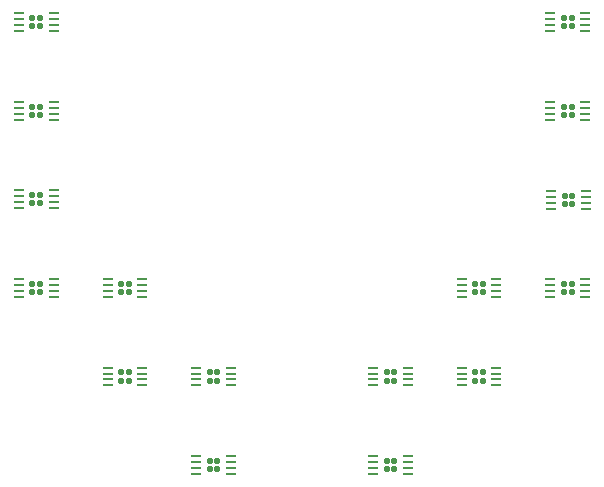
<source format=gbr>
%TF.GenerationSoftware,KiCad,Pcbnew,7.0.1*%
%TF.CreationDate,2023-10-04T00:39:49-04:00*%
%TF.ProjectId,TacTile-A,54616354-696c-4652-9d41-2e6b69636164,rev?*%
%TF.SameCoordinates,Original*%
%TF.FileFunction,Paste,Top*%
%TF.FilePolarity,Positive*%
%FSLAX46Y46*%
G04 Gerber Fmt 4.6, Leading zero omitted, Abs format (unit mm)*
G04 Created by KiCad (PCBNEW 7.0.1) date 2023-10-04 00:39:49*
%MOMM*%
%LPD*%
G01*
G04 APERTURE LIST*
G04 Aperture macros list*
%AMRoundRect*
0 Rectangle with rounded corners*
0 $1 Rounding radius*
0 $2 $3 $4 $5 $6 $7 $8 $9 X,Y pos of 4 corners*
0 Add a 4 corners polygon primitive as box body*
4,1,4,$2,$3,$4,$5,$6,$7,$8,$9,$2,$3,0*
0 Add four circle primitives for the rounded corners*
1,1,$1+$1,$2,$3*
1,1,$1+$1,$4,$5*
1,1,$1+$1,$6,$7*
1,1,$1+$1,$8,$9*
0 Add four rect primitives between the rounded corners*
20,1,$1+$1,$2,$3,$4,$5,0*
20,1,$1+$1,$4,$5,$6,$7,0*
20,1,$1+$1,$6,$7,$8,$9,0*
20,1,$1+$1,$8,$9,$2,$3,0*%
G04 Aperture macros list end*
%ADD10RoundRect,0.130000X0.130000X0.150000X-0.130000X0.150000X-0.130000X-0.150000X0.130000X-0.150000X0*%
%ADD11RoundRect,0.062500X0.325000X0.062500X-0.325000X0.062500X-0.325000X-0.062500X0.325000X-0.062500X0*%
%ADD12RoundRect,0.130000X-0.130000X-0.150000X0.130000X-0.150000X0.130000X0.150000X-0.130000X0.150000X0*%
%ADD13RoundRect,0.062500X-0.325000X-0.062500X0.325000X-0.062500X0.325000X0.062500X-0.325000X0.062500X0*%
G04 APERTURE END LIST*
D10*
%TO.C,U10*%
X62825000Y-62850000D03*
X62825000Y-62150000D03*
X62175000Y-62850000D03*
X62175000Y-62150000D03*
D11*
X63962500Y-63250000D03*
X63962500Y-62750000D03*
X63962500Y-62250000D03*
X63962500Y-61750000D03*
X61037500Y-61750000D03*
X61037500Y-62250000D03*
X61037500Y-62750000D03*
X61037500Y-63250000D03*
%TD*%
D10*
%TO.C,U12*%
X70325000Y-55350000D03*
X70325000Y-54650000D03*
X69675000Y-55350000D03*
X69675000Y-54650000D03*
D11*
X71462500Y-55750000D03*
X71462500Y-55250000D03*
X71462500Y-54750000D03*
X71462500Y-54250000D03*
X68537500Y-54250000D03*
X68537500Y-54750000D03*
X68537500Y-55250000D03*
X68537500Y-55750000D03*
%TD*%
D10*
%TO.C,U13*%
X77825000Y-55350000D03*
X77825000Y-54650000D03*
X77175000Y-55350000D03*
X77175000Y-54650000D03*
D11*
X78962500Y-55750000D03*
X78962500Y-55250000D03*
X78962500Y-54750000D03*
X78962500Y-54250000D03*
X76037500Y-54250000D03*
X76037500Y-54750000D03*
X76037500Y-55250000D03*
X76037500Y-55750000D03*
%TD*%
D10*
%TO.C,U1*%
X32825000Y-32850000D03*
X32825000Y-32150000D03*
X32175000Y-32850000D03*
X32175000Y-32150000D03*
D11*
X33962500Y-33250000D03*
X33962500Y-32750000D03*
X33962500Y-32250000D03*
X33962500Y-31750000D03*
X31037500Y-31750000D03*
X31037500Y-32250000D03*
X31037500Y-32750000D03*
X31037500Y-33250000D03*
%TD*%
D12*
%TO.C,U6*%
X39675000Y-62150000D03*
X39675000Y-62850000D03*
X40325000Y-62150000D03*
X40325000Y-62850000D03*
D13*
X38537500Y-61750000D03*
X38537500Y-62250000D03*
X38537500Y-62750000D03*
X38537500Y-63250000D03*
X41462500Y-63250000D03*
X41462500Y-62750000D03*
X41462500Y-62250000D03*
X41462500Y-61750000D03*
%TD*%
D10*
%TO.C,U14*%
X77875000Y-47900000D03*
X77875000Y-47200000D03*
X77225000Y-47900000D03*
X77225000Y-47200000D03*
D11*
X79012500Y-48300000D03*
X79012500Y-47800000D03*
X79012500Y-47300000D03*
X79012500Y-46800000D03*
X76087500Y-46800000D03*
X76087500Y-47300000D03*
X76087500Y-47800000D03*
X76087500Y-48300000D03*
%TD*%
D12*
%TO.C,U4*%
X32175000Y-54650000D03*
X32175000Y-55350000D03*
X32825000Y-54650000D03*
X32825000Y-55350000D03*
D13*
X31037500Y-54250000D03*
X31037500Y-54750000D03*
X31037500Y-55250000D03*
X31037500Y-55750000D03*
X33962500Y-55750000D03*
X33962500Y-55250000D03*
X33962500Y-54750000D03*
X33962500Y-54250000D03*
%TD*%
D12*
%TO.C,U3*%
X32175000Y-47150000D03*
X32175000Y-47850000D03*
X32825000Y-47150000D03*
X32825000Y-47850000D03*
D13*
X31037500Y-46750000D03*
X31037500Y-47250000D03*
X31037500Y-47750000D03*
X31037500Y-48250000D03*
X33962500Y-48250000D03*
X33962500Y-47750000D03*
X33962500Y-47250000D03*
X33962500Y-46750000D03*
%TD*%
D10*
%TO.C,U2*%
X32825000Y-40350000D03*
X32825000Y-39650000D03*
X32175000Y-40350000D03*
X32175000Y-39650000D03*
D11*
X33962500Y-40750000D03*
X33962500Y-40250000D03*
X33962500Y-39750000D03*
X33962500Y-39250000D03*
X31037500Y-39250000D03*
X31037500Y-39750000D03*
X31037500Y-40250000D03*
X31037500Y-40750000D03*
%TD*%
D12*
%TO.C,U16*%
X77175000Y-32150000D03*
X77175000Y-32850000D03*
X77825000Y-32150000D03*
X77825000Y-32850000D03*
D13*
X76037500Y-31750000D03*
X76037500Y-32250000D03*
X76037500Y-32750000D03*
X76037500Y-33250000D03*
X78962500Y-33250000D03*
X78962500Y-32750000D03*
X78962500Y-32250000D03*
X78962500Y-31750000D03*
%TD*%
D12*
%TO.C,U8*%
X47175000Y-69650000D03*
X47175000Y-70350000D03*
X47825000Y-69650000D03*
X47825000Y-70350000D03*
D13*
X46037500Y-69250000D03*
X46037500Y-69750000D03*
X46037500Y-70250000D03*
X46037500Y-70750000D03*
X48962500Y-70750000D03*
X48962500Y-70250000D03*
X48962500Y-69750000D03*
X48962500Y-69250000D03*
%TD*%
D12*
%TO.C,U7*%
X47175000Y-62150000D03*
X47175000Y-62850000D03*
X47825000Y-62150000D03*
X47825000Y-62850000D03*
D13*
X46037500Y-61750000D03*
X46037500Y-62250000D03*
X46037500Y-62750000D03*
X46037500Y-63250000D03*
X48962500Y-63250000D03*
X48962500Y-62750000D03*
X48962500Y-62250000D03*
X48962500Y-61750000D03*
%TD*%
D10*
%TO.C,U11*%
X70325000Y-62850000D03*
X70325000Y-62150000D03*
X69675000Y-62850000D03*
X69675000Y-62150000D03*
D11*
X71462500Y-63250000D03*
X71462500Y-62750000D03*
X71462500Y-62250000D03*
X71462500Y-61750000D03*
X68537500Y-61750000D03*
X68537500Y-62250000D03*
X68537500Y-62750000D03*
X68537500Y-63250000D03*
%TD*%
D12*
%TO.C,U15*%
X77175000Y-39650000D03*
X77175000Y-40350000D03*
X77825000Y-39650000D03*
X77825000Y-40350000D03*
D13*
X76037500Y-39250000D03*
X76037500Y-39750000D03*
X76037500Y-40250000D03*
X76037500Y-40750000D03*
X78962500Y-40750000D03*
X78962500Y-40250000D03*
X78962500Y-39750000D03*
X78962500Y-39250000D03*
%TD*%
D10*
%TO.C,U9*%
X62825000Y-70350000D03*
X62825000Y-69650000D03*
X62175000Y-70350000D03*
X62175000Y-69650000D03*
D11*
X63962500Y-70750000D03*
X63962500Y-70250000D03*
X63962500Y-69750000D03*
X63962500Y-69250000D03*
X61037500Y-69250000D03*
X61037500Y-69750000D03*
X61037500Y-70250000D03*
X61037500Y-70750000D03*
%TD*%
D12*
%TO.C,U5*%
X39675000Y-54650000D03*
X39675000Y-55350000D03*
X40325000Y-54650000D03*
X40325000Y-55350000D03*
D13*
X38537500Y-54250000D03*
X38537500Y-54750000D03*
X38537500Y-55250000D03*
X38537500Y-55750000D03*
X41462500Y-55750000D03*
X41462500Y-55250000D03*
X41462500Y-54750000D03*
X41462500Y-54250000D03*
%TD*%
M02*

</source>
